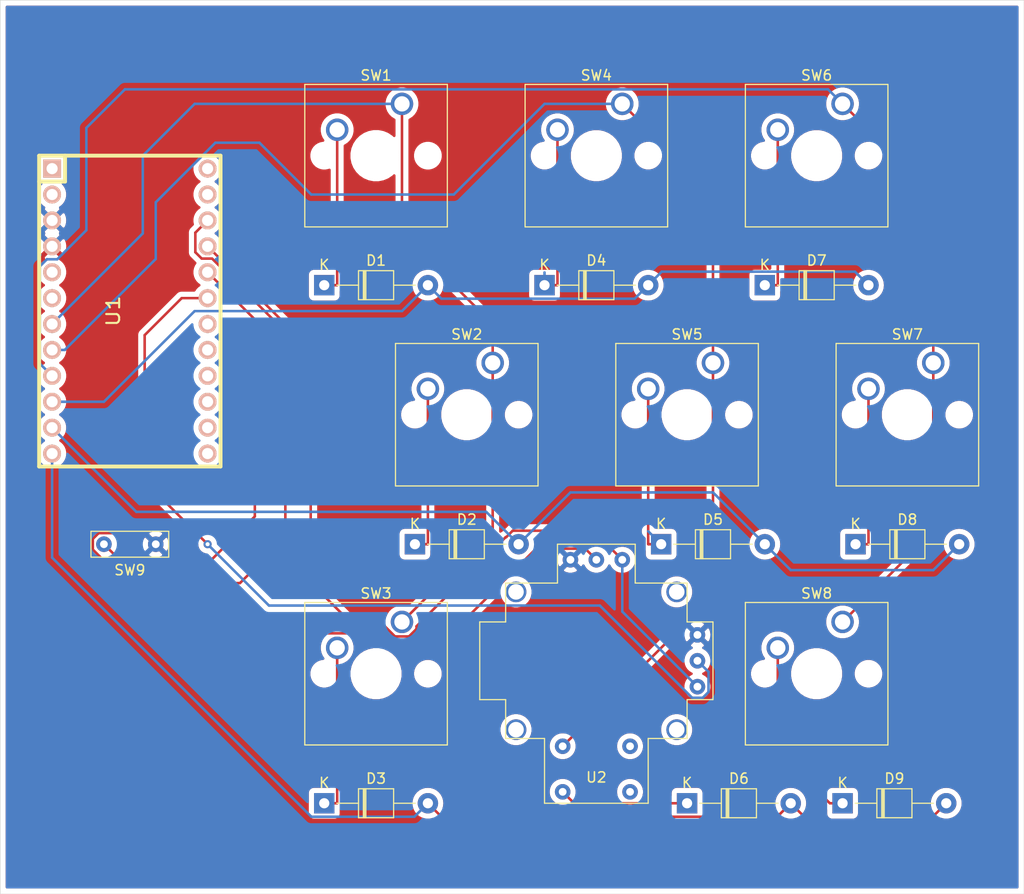
<source format=kicad_pcb>
(kicad_pcb (version 20171130) (host pcbnew 5.1.4)
  (layers (0 F.Cu signal) (31 B.Cu signal) (34 B.Paste user) (35 F.Paste user) (36 B.SilkS user) (37 F.SilkS user) (38 B.Mask user) (39 F.Mask user) (44 Edge.Cuts user))
  (net 0 "")
  (net 1 row0)
  (net 2 "Net-(D1-Pad1)")
  (net 3 row1)
  (net 4 "Net-(D2-Pad1)")
  (net 5 row2)
  (net 6 "Net-(D3-Pad1)")
  (net 7 "Net-(D4-Pad1)")
  (net 8 "Net-(D5-Pad1)")
  (net 9 "Net-(D7-Pad1)")
  (net 10 "Net-(D8-Pad1)")
  (net 11 "Net-(D9-Pad1)")
  (net 12 col0)
  (net 13 col1)
  (net 14 col2)
  (net 15 GND)
  (net 16 "Net-(SW9-Pad1)")
  (net 17 "Net-(U1-Pad13)")
  (net 18 "Net-(U1-Pad14)")
  (net 19 "Net-(U1-Pad16)")
  (net 20 "Net-(U1-Pad17)")
  (net 21 "Net-(U1-Pad18)")
  (net 22 "Net-(U1-Pad19)")
  (net 23 "Net-(U1-Pad20)")
  (net 24 "Net-(U1-Pad21)")
  (net 25 "Net-(U1-Pad22)")
  (net 26 "Net-(U1-Pad23)")
  (net 27 "Net-(U1-Pad24)")
  (net 28 "Net-(U1-Pad6)")
  (net 29 "Net-(U1-Pad5)")
  (net 30 "Net-(U1-Pad2)")
  (net 31 "Net-(U1-Pad1)")
  (net 32 sw1)
  (net 33 "Net-(U2-Pad10)")
  (net 34 "Net-(U2-Pad9)")
  (module key_prac:joypad (layer F.Cu) (at 109.22 129.54)
    (fp_text reference U2 (at 0 11.43) (layer F.SilkS))
    (fp_text value analog_pad)
    (fp_line (start -8.89 7.62) (end -5.08 7.62) (layer F.SilkS) (width 0.12))
    (fp_line (start -8.89 3.81) (end -8.89 7.62) (layer F.SilkS) (width 0.12))
    (fp_line (start -11.43 3.81) (end -8.89 3.81) (layer F.SilkS) (width 0.12))
    (fp_line (start -11.43 -3.81) (end -11.43 3.81) (layer F.SilkS) (width 0.12))
    (fp_line (start -8.89 -3.81) (end -11.43 -3.81) (layer F.SilkS) (width 0.12))
    (fp_line (start -8.89 -7.62) (end -8.89 -3.81) (layer F.SilkS) (width 0.12))
    (fp_line (start -3.81 -7.62) (end -8.89 -7.62) (layer F.SilkS) (width 0.12))
    (fp_line (start -3.81 -11.43) (end -3.81 -7.62) (layer F.SilkS) (width 0.12))
    (fp_line (start 3.81 -11.43) (end -3.81 -11.43) (layer F.SilkS) (width 0.12))
    (fp_line (start 3.81 -7.62) (end 3.81 -11.43) (layer F.SilkS) (width 0.12))
    (fp_line (start 8.89 -7.62) (end 3.81 -7.62) (layer F.SilkS) (width 0.12))
    (fp_line (start 8.89 -3.81) (end 8.89 -7.62) (layer F.SilkS) (width 0.12))
    (fp_line (start 11.43 -3.81) (end 8.89 -3.81) (layer F.SilkS) (width 0.12))
    (fp_line (start 11.43 3.81) (end 11.43 -3.81) (layer F.SilkS) (width 0.12))
    (fp_line (start 8.89 3.81) (end 11.43 3.81) (layer F.SilkS) (width 0.12))
    (fp_line (start 8.89 7.62) (end 8.89 3.81) (layer F.SilkS) (width 0.12))
    (fp_line (start 5.08 7.62) (end 8.89 7.62) (layer F.SilkS) (width 0.12))
    (fp_line (start 5.08 13.97) (end 5.08 7.62) (layer F.SilkS) (width 0.12))
    (fp_line (start -5.08 13.97) (end 5.08 13.97) (layer F.SilkS) (width 0.12))
    (fp_line (start -5.08 7.62) (end -5.08 13.97) (layer F.SilkS) (width 0.12))
    (pad "" np_thru_hole circle (at -7.874 -6.7564) (size 2.032 2.032) (drill 1.524) (layers *.Cu *.Mask))
    (pad "" np_thru_hole circle (at -7.874 6.7564) (size 2.032 2.032) (drill 1.524) (layers *.Cu *.Mask))
    (pad "" np_thru_hole circle (at 7.874 6.7564) (size 2.032 2.032) (drill 1.524) (layers *.Cu *.Mask))
    (pad "" np_thru_hole circle (at 7.874 -6.7564) (size 2.032 2.032) (drill 1.524) (layers *.Cu *.Mask))
    (pad 10 thru_hole circle (at 3.302 12.8524) (size 1.524 1.524) (drill 0.762) (layers *.Cu *.Mask) (net 33 "Net-(U2-Pad10)"))
    (pad 9 thru_hole circle (at 3.302 8.382) (size 1.524 1.524) (drill 0.762) (layers *.Cu *.Mask) (net 34 "Net-(U2-Pad9)"))
    (pad 8 thru_hole circle (at -3.302 12.8524) (size 1.524 1.524) (drill 0.762) (layers *.Cu *.Mask) (net 32 sw1))
    (pad 7 thru_hole circle (at -3.302 8.382) (size 1.524 1.524) (drill 0.762) (layers *.Cu *.Mask) (net 13 col1))
    (pad 6 thru_hole circle (at 9.906 2.54) (size 1.524 1.524) (drill 0.762) (layers *.Cu *.Mask) (net 19 "Net-(U1-Pad16)"))
    (pad 5 thru_hole circle (at 9.906 0) (size 1.524 1.524) (drill 0.762) (layers *.Cu *.Mask) (net 21 "Net-(U1-Pad18)"))
    (pad 4 thru_hole circle (at 9.906 -2.54) (size 1.524 1.524) (drill 0.762) (layers *.Cu *.Mask) (net 15 GND))
    (pad 3 thru_hole circle (at 2.54 -9.906) (size 1.524 1.524) (drill 0.762) (layers *.Cu *.Mask) (net 19 "Net-(U1-Pad16)"))
    (pad 1 thru_hole circle (at -2.54 -9.906) (size 1.524 1.524) (drill 0.762) (layers *.Cu *.Mask) (net 15 GND))
    (pad 2 thru_hole circle (at 0 -9.906) (size 1.524 1.524) (drill 0.762) (layers *.Cu *.Mask) (net 20 "Net-(U1-Pad17)"))
  )
  (module Button_Switch_Keyboard:SW_Cherry_MX_1.00u_PCB (layer F.Cu) (at 99.06 100.33)
    (fp_text reference SW2 (at -2.54 -2.794) (layer F.SilkS))
    (fp_text value SW_Push)
    (fp_line (start -9.525 12.065) (end -9.525 -1.905) (layer F.SilkS) (width 0.12))
    (fp_line (start 4.445 12.065) (end -9.525 12.065) (layer F.SilkS) (width 0.12))
    (fp_line (start 4.445 -1.905) (end 4.445 12.065) (layer F.SilkS) (width 0.12))
    (fp_line (start -9.525 -1.905) (end 4.445 -1.905) (layer F.SilkS) (width 0.12))
    (pad "" np_thru_hole circle (at 2.54 5.08) (size 1.7 1.7) (drill 1.7) (layers *.Cu *.Mask))
    (pad "" np_thru_hole circle (at -7.62 5.08) (size 1.7 1.7) (drill 1.7) (layers *.Cu *.Mask))
    (pad "" np_thru_hole circle (at -2.54 5.08) (size 4 4) (drill 4) (layers *.Cu *.Mask))
    (pad 2 thru_hole circle (at -6.35 2.54) (size 2.2 2.2) (drill 1.5) (layers *.Cu *.Mask) (net 4 "Net-(D2-Pad1)"))
    (pad 1 thru_hole circle (at 0 0) (size 2.2 2.2) (drill 1.5) (layers *.Cu *.Mask) (net 12 col0))
  )
  (module Button_Switch_Keyboard:SW_Cherry_MX_1.00u_PCB (layer F.Cu) (at 90.17 74.93)
    (fp_text reference SW1 (at -2.54 -2.794) (layer F.SilkS))
    (fp_text value SW_Push)
    (fp_line (start -9.525 12.065) (end -9.525 -1.905) (layer F.SilkS) (width 0.12))
    (fp_line (start 4.445 12.065) (end -9.525 12.065) (layer F.SilkS) (width 0.12))
    (fp_line (start 4.445 -1.905) (end 4.445 12.065) (layer F.SilkS) (width 0.12))
    (fp_line (start -9.525 -1.905) (end 4.445 -1.905) (layer F.SilkS) (width 0.12))
    (pad "" np_thru_hole circle (at 2.54 5.08) (size 1.7 1.7) (drill 1.7) (layers *.Cu *.Mask))
    (pad "" np_thru_hole circle (at -7.62 5.08) (size 1.7 1.7) (drill 1.7) (layers *.Cu *.Mask))
    (pad "" np_thru_hole circle (at -2.54 5.08) (size 4 4) (drill 4) (layers *.Cu *.Mask))
    (pad 2 thru_hole circle (at -6.35 2.54) (size 2.2 2.2) (drill 1.5) (layers *.Cu *.Mask) (net 2 "Net-(D1-Pad1)"))
    (pad 1 thru_hole circle (at 0 0) (size 2.2 2.2) (drill 1.5) (layers *.Cu *.Mask) (net 12 col0))
  )
  (module key_prac:promicro (layer F.Cu) (at 63.5 95.25 270)
    (fp_text reference U1 (at 0 1.625 90) (layer F.SilkS) (effects (font (size 1.27 1.524) (thickness 0.2032))))
    (fp_text value promicro hide)
    (fp_line (start -12.7 6.35) (end -12.7 8.89) (layer F.SilkS) (width 0.381))
    (fp_line (start -15.24 6.35) (end -12.7 6.35) (layer F.SilkS) (width 0.381))
    (fp_line (start 15.24 -8.89) (end -15.24 -8.89) (layer F.SilkS) (width 0.381))
    (fp_line (start 15.24 8.89) (end 15.24 -8.89) (layer F.SilkS) (width 0.381))
    (fp_line (start -15.24 8.89) (end 15.24 8.89) (layer F.SilkS) (width 0.381))
    (fp_line (start -15.24 -8.89) (end -15.24 8.89) (layer F.SilkS) (width 0.381))
    (pad 13 thru_hole circle (at -13.97 -7.62 270) (size 1.7526 1.7526) (drill 1.0922) (layers *.Cu *.SilkS *.Mask) (net 17 "Net-(U1-Pad13)"))
    (pad 14 thru_hole circle (at -11.43 -7.62 270) (size 1.7526 1.7526) (drill 1.0922) (layers *.Cu *.SilkS *.Mask) (net 18 "Net-(U1-Pad14)"))
    (pad 15 thru_hole circle (at -8.89 -7.62 270) (size 1.7526 1.7526) (drill 1.0922) (layers *.Cu *.SilkS *.Mask) (net 16 "Net-(SW9-Pad1)"))
    (pad 16 thru_hole circle (at -6.35 -7.62 270) (size 1.7526 1.7526) (drill 1.0922) (layers *.Cu *.SilkS *.Mask) (net 19 "Net-(U1-Pad16)"))
    (pad 17 thru_hole circle (at -3.81 -7.62 270) (size 1.7526 1.7526) (drill 1.0922) (layers *.Cu *.SilkS *.Mask) (net 20 "Net-(U1-Pad17)"))
    (pad 18 thru_hole circle (at -1.27 -7.62 270) (size 1.7526 1.7526) (drill 1.0922) (layers *.Cu *.SilkS *.Mask) (net 21 "Net-(U1-Pad18)"))
    (pad 19 thru_hole circle (at 1.27 -7.62 270) (size 1.7526 1.7526) (drill 1.0922) (layers *.Cu *.SilkS *.Mask) (net 22 "Net-(U1-Pad19)"))
    (pad 20 thru_hole circle (at 3.81 -7.62 270) (size 1.7526 1.7526) (drill 1.0922) (layers *.Cu *.SilkS *.Mask) (net 23 "Net-(U1-Pad20)"))
    (pad 21 thru_hole circle (at 6.35 -7.62 270) (size 1.7526 1.7526) (drill 1.0922) (layers *.Cu *.SilkS *.Mask) (net 24 "Net-(U1-Pad21)"))
    (pad 22 thru_hole circle (at 8.89 -7.62 270) (size 1.7526 1.7526) (drill 1.0922) (layers *.Cu *.SilkS *.Mask) (net 25 "Net-(U1-Pad22)"))
    (pad 23 thru_hole circle (at 11.43 -7.62 270) (size 1.7526 1.7526) (drill 1.0922) (layers *.Cu *.SilkS *.Mask) (net 26 "Net-(U1-Pad23)"))
    (pad 24 thru_hole circle (at 13.97 -7.62 270) (size 1.7526 1.7526) (drill 1.0922) (layers *.Cu *.SilkS *.Mask) (net 27 "Net-(U1-Pad24)"))
    (pad 12 thru_hole circle (at 13.97 7.62 270) (size 1.7526 1.7526) (drill 1.0922) (layers *.Cu *.SilkS *.Mask) (net 5 row2))
    (pad 11 thru_hole circle (at 11.43 7.62 270) (size 1.7526 1.7526) (drill 1.0922) (layers *.Cu *.SilkS *.Mask) (net 3 row1))
    (pad 10 thru_hole circle (at 8.89 7.62 270) (size 1.7526 1.7526) (drill 1.0922) (layers *.Cu *.SilkS *.Mask) (net 1 row0))
    (pad 9 thru_hole circle (at 6.35 7.62 270) (size 1.7526 1.7526) (drill 1.0922) (layers *.Cu *.SilkS *.Mask) (net 14 col2))
    (pad 8 thru_hole circle (at 3.81 7.62 270) (size 1.7526 1.7526) (drill 1.0922) (layers *.Cu *.SilkS *.Mask) (net 13 col1))
    (pad 7 thru_hole circle (at 1.27 7.62 270) (size 1.7526 1.7526) (drill 1.0922) (layers *.Cu *.SilkS *.Mask) (net 12 col0))
    (pad 6 thru_hole circle (at -1.27 7.62 270) (size 1.7526 1.7526) (drill 1.0922) (layers *.Cu *.SilkS *.Mask) (net 28 "Net-(U1-Pad6)"))
    (pad 5 thru_hole circle (at -3.81 7.62 270) (size 1.7526 1.7526) (drill 1.0922) (layers *.Cu *.SilkS *.Mask) (net 29 "Net-(U1-Pad5)"))
    (pad 4 thru_hole circle (at -6.35 7.62 270) (size 1.7526 1.7526) (drill 1.0922) (layers *.Cu *.SilkS *.Mask) (net 15 GND))
    (pad 3 thru_hole circle (at -8.89 7.62 270) (size 1.7526 1.7526) (drill 1.0922) (layers *.Cu *.SilkS *.Mask) (net 15 GND))
    (pad 2 thru_hole circle (at -11.43 7.62 270) (size 1.7526 1.7526) (drill 1.0922) (layers *.Cu *.SilkS *.Mask) (net 30 "Net-(U1-Pad2)"))
    (pad 1 thru_hole rect (at -13.97 7.62 270) (size 1.7526 1.7526) (drill 1.0922) (layers *.Cu *.SilkS *.Mask) (net 31 "Net-(U1-Pad1)"))
  )
  (module key_prac:sw (layer F.Cu) (at 63.5 118.11)
    (fp_text reference SW9 (at 0 2.54) (layer F.SilkS))
    (fp_text value SW_Push)
    (fp_line (start -3.81 -1.27) (end 3.81 -1.27) (layer F.SilkS) (width 0.12))
    (fp_line (start 3.81 1.27) (end 3.81 -1.27) (layer F.SilkS) (width 0.12))
    (fp_line (start -3.81 1.27) (end 3.81 1.27) (layer F.SilkS) (width 0.12))
    (fp_line (start -3.81 -1.27) (end -3.81 1.27) (layer F.SilkS) (width 0.12))
    (pad 2 thru_hole circle (at 2.54 0) (size 1.524 1.524) (drill 0.762) (layers *.Cu *.Mask) (net 15 GND))
    (pad 1 thru_hole circle (at -2.54 0) (size 1.524 1.524) (drill 0.762) (layers *.Cu *.Mask) (net 16 "Net-(SW9-Pad1)"))
  )
  (module Button_Switch_Keyboard:SW_Cherry_MX_1.00u_PCB (layer F.Cu) (at 133.35 125.73)
    (fp_text reference SW8 (at -2.54 -2.794) (layer F.SilkS))
    (fp_text value SW_Push)
    (fp_line (start -9.525 12.065) (end -9.525 -1.905) (layer F.SilkS) (width 0.12))
    (fp_line (start 4.445 12.065) (end -9.525 12.065) (layer F.SilkS) (width 0.12))
    (fp_line (start 4.445 -1.905) (end 4.445 12.065) (layer F.SilkS) (width 0.12))
    (fp_line (start -9.525 -1.905) (end 4.445 -1.905) (layer F.SilkS) (width 0.12))
    (pad "" np_thru_hole circle (at 2.54 5.08) (size 1.7 1.7) (drill 1.7) (layers *.Cu *.Mask))
    (pad "" np_thru_hole circle (at -7.62 5.08) (size 1.7 1.7) (drill 1.7) (layers *.Cu *.Mask))
    (pad "" np_thru_hole circle (at -2.54 5.08) (size 4 4) (drill 4) (layers *.Cu *.Mask))
    (pad 2 thru_hole circle (at -6.35 2.54) (size 2.2 2.2) (drill 1.5) (layers *.Cu *.Mask) (net 11 "Net-(D9-Pad1)"))
    (pad 1 thru_hole circle (at 0 0) (size 2.2 2.2) (drill 1.5) (layers *.Cu *.Mask) (net 14 col2))
  )
  (module Button_Switch_Keyboard:SW_Cherry_MX_1.00u_PCB (layer F.Cu) (at 142.24 100.33)
    (fp_text reference SW7 (at -2.54 -2.794) (layer F.SilkS))
    (fp_text value SW_Push)
    (fp_line (start -9.525 12.065) (end -9.525 -1.905) (layer F.SilkS) (width 0.12))
    (fp_line (start 4.445 12.065) (end -9.525 12.065) (layer F.SilkS) (width 0.12))
    (fp_line (start 4.445 -1.905) (end 4.445 12.065) (layer F.SilkS) (width 0.12))
    (fp_line (start -9.525 -1.905) (end 4.445 -1.905) (layer F.SilkS) (width 0.12))
    (pad "" np_thru_hole circle (at 2.54 5.08) (size 1.7 1.7) (drill 1.7) (layers *.Cu *.Mask))
    (pad "" np_thru_hole circle (at -7.62 5.08) (size 1.7 1.7) (drill 1.7) (layers *.Cu *.Mask))
    (pad "" np_thru_hole circle (at -2.54 5.08) (size 4 4) (drill 4) (layers *.Cu *.Mask))
    (pad 2 thru_hole circle (at -6.35 2.54) (size 2.2 2.2) (drill 1.5) (layers *.Cu *.Mask) (net 10 "Net-(D8-Pad1)"))
    (pad 1 thru_hole circle (at 0 0) (size 2.2 2.2) (drill 1.5) (layers *.Cu *.Mask) (net 14 col2))
  )
  (module Button_Switch_Keyboard:SW_Cherry_MX_1.00u_PCB (layer F.Cu) (at 133.35 74.93)
    (fp_text reference SW6 (at -2.54 -2.794) (layer F.SilkS))
    (fp_text value SW_Push)
    (fp_line (start -9.525 12.065) (end -9.525 -1.905) (layer F.SilkS) (width 0.12))
    (fp_line (start 4.445 12.065) (end -9.525 12.065) (layer F.SilkS) (width 0.12))
    (fp_line (start 4.445 -1.905) (end 4.445 12.065) (layer F.SilkS) (width 0.12))
    (fp_line (start -9.525 -1.905) (end 4.445 -1.905) (layer F.SilkS) (width 0.12))
    (pad "" np_thru_hole circle (at 2.54 5.08) (size 1.7 1.7) (drill 1.7) (layers *.Cu *.Mask))
    (pad "" np_thru_hole circle (at -7.62 5.08) (size 1.7 1.7) (drill 1.7) (layers *.Cu *.Mask))
    (pad "" np_thru_hole circle (at -2.54 5.08) (size 4 4) (drill 4) (layers *.Cu *.Mask))
    (pad 2 thru_hole circle (at -6.35 2.54) (size 2.2 2.2) (drill 1.5) (layers *.Cu *.Mask) (net 9 "Net-(D7-Pad1)"))
    (pad 1 thru_hole circle (at 0 0) (size 2.2 2.2) (drill 1.5) (layers *.Cu *.Mask) (net 14 col2))
  )
  (module Button_Switch_Keyboard:SW_Cherry_MX_1.00u_PCB (layer F.Cu) (at 120.65 100.33)
    (fp_text reference SW5 (at -2.54 -2.794) (layer F.SilkS))
    (fp_text value SW_Push)
    (fp_line (start -9.525 12.065) (end -9.525 -1.905) (layer F.SilkS) (width 0.12))
    (fp_line (start 4.445 12.065) (end -9.525 12.065) (layer F.SilkS) (width 0.12))
    (fp_line (start 4.445 -1.905) (end 4.445 12.065) (layer F.SilkS) (width 0.12))
    (fp_line (start -9.525 -1.905) (end 4.445 -1.905) (layer F.SilkS) (width 0.12))
    (pad "" np_thru_hole circle (at 2.54 5.08) (size 1.7 1.7) (drill 1.7) (layers *.Cu *.Mask))
    (pad "" np_thru_hole circle (at -7.62 5.08) (size 1.7 1.7) (drill 1.7) (layers *.Cu *.Mask))
    (pad "" np_thru_hole circle (at -2.54 5.08) (size 4 4) (drill 4) (layers *.Cu *.Mask))
    (pad 2 thru_hole circle (at -6.35 2.54) (size 2.2 2.2) (drill 1.5) (layers *.Cu *.Mask) (net 8 "Net-(D5-Pad1)"))
    (pad 1 thru_hole circle (at 0 0) (size 2.2 2.2) (drill 1.5) (layers *.Cu *.Mask) (net 13 col1))
  )
  (module Button_Switch_Keyboard:SW_Cherry_MX_1.00u_PCB (layer F.Cu) (at 111.76 74.93)
    (fp_text reference SW4 (at -2.54 -2.794) (layer F.SilkS))
    (fp_text value SW_Push)
    (fp_line (start -9.525 12.065) (end -9.525 -1.905) (layer F.SilkS) (width 0.12))
    (fp_line (start 4.445 12.065) (end -9.525 12.065) (layer F.SilkS) (width 0.12))
    (fp_line (start 4.445 -1.905) (end 4.445 12.065) (layer F.SilkS) (width 0.12))
    (fp_line (start -9.525 -1.905) (end 4.445 -1.905) (layer F.SilkS) (width 0.12))
    (pad "" np_thru_hole circle (at 2.54 5.08) (size 1.7 1.7) (drill 1.7) (layers *.Cu *.Mask))
    (pad "" np_thru_hole circle (at -7.62 5.08) (size 1.7 1.7) (drill 1.7) (layers *.Cu *.Mask))
    (pad "" np_thru_hole circle (at -2.54 5.08) (size 4 4) (drill 4) (layers *.Cu *.Mask))
    (pad 2 thru_hole circle (at -6.35 2.54) (size 2.2 2.2) (drill 1.5) (layers *.Cu *.Mask) (net 7 "Net-(D4-Pad1)"))
    (pad 1 thru_hole circle (at 0 0) (size 2.2 2.2) (drill 1.5) (layers *.Cu *.Mask) (net 13 col1))
  )
  (module Button_Switch_Keyboard:SW_Cherry_MX_1.00u_PCB (layer F.Cu) (at 90.17 125.73)
    (fp_text reference SW3 (at -2.54 -2.794) (layer F.SilkS))
    (fp_text value SW_Push)
    (fp_line (start -9.525 12.065) (end -9.525 -1.905) (layer F.SilkS) (width 0.12))
    (fp_line (start 4.445 12.065) (end -9.525 12.065) (layer F.SilkS) (width 0.12))
    (fp_line (start 4.445 -1.905) (end 4.445 12.065) (layer F.SilkS) (width 0.12))
    (fp_line (start -9.525 -1.905) (end 4.445 -1.905) (layer F.SilkS) (width 0.12))
    (pad "" np_thru_hole circle (at 2.54 5.08) (size 1.7 1.7) (drill 1.7) (layers *.Cu *.Mask))
    (pad "" np_thru_hole circle (at -7.62 5.08) (size 1.7 1.7) (drill 1.7) (layers *.Cu *.Mask))
    (pad "" np_thru_hole circle (at -2.54 5.08) (size 4 4) (drill 4) (layers *.Cu *.Mask))
    (pad 2 thru_hole circle (at -6.35 2.54) (size 2.2 2.2) (drill 1.5) (layers *.Cu *.Mask) (net 6 "Net-(D3-Pad1)"))
    (pad 1 thru_hole circle (at 0 0) (size 2.2 2.2) (drill 1.5) (layers *.Cu *.Mask) (net 12 col0))
  )
  (module Diode_THT:D_T-1_P10.16mm_Horizontal (layer F.Cu) (at 133.35 143.51)
    (fp_text reference D9 (at 5.08 -2.42) (layer F.SilkS))
    (fp_text value DIODE)
    (fp_text user K (at 0 -2) (layer F.SilkS))
    (fp_line (start 3.84 -1.42) (end 3.84 1.42) (layer F.SilkS) (width 0.12))
    (fp_line (start 4.08 -1.42) (end 4.08 1.42) (layer F.SilkS) (width 0.12))
    (fp_line (start 3.96 -1.42) (end 3.96 1.42) (layer F.SilkS) (width 0.12))
    (fp_line (start 8.92 0) (end 6.8 0) (layer F.SilkS) (width 0.12))
    (fp_line (start 1.24 0) (end 3.36 0) (layer F.SilkS) (width 0.12))
    (fp_line (start 6.8 -1.42) (end 3.36 -1.42) (layer F.SilkS) (width 0.12))
    (fp_line (start 6.8 1.42) (end 6.8 -1.42) (layer F.SilkS) (width 0.12))
    (fp_line (start 3.36 1.42) (end 6.8 1.42) (layer F.SilkS) (width 0.12))
    (fp_line (start 3.36 -1.42) (end 3.36 1.42) (layer F.SilkS) (width 0.12))
    (pad 2 thru_hole oval (at 10.16 0) (size 2 2) (drill 1) (layers *.Cu *.Mask) (net 5 row2))
    (pad 1 thru_hole rect (at 0 0) (size 2 2) (drill 1) (layers *.Cu *.Mask) (net 11 "Net-(D9-Pad1)"))
  )
  (module Diode_THT:D_T-1_P10.16mm_Horizontal (layer F.Cu) (at 134.62 118.11)
    (fp_text reference D8 (at 5.08 -2.42) (layer F.SilkS))
    (fp_text value DIODE)
    (fp_text user K (at 0 -2) (layer F.SilkS))
    (fp_line (start 3.84 -1.42) (end 3.84 1.42) (layer F.SilkS) (width 0.12))
    (fp_line (start 4.08 -1.42) (end 4.08 1.42) (layer F.SilkS) (width 0.12))
    (fp_line (start 3.96 -1.42) (end 3.96 1.42) (layer F.SilkS) (width 0.12))
    (fp_line (start 8.92 0) (end 6.8 0) (layer F.SilkS) (width 0.12))
    (fp_line (start 1.24 0) (end 3.36 0) (layer F.SilkS) (width 0.12))
    (fp_line (start 6.8 -1.42) (end 3.36 -1.42) (layer F.SilkS) (width 0.12))
    (fp_line (start 6.8 1.42) (end 6.8 -1.42) (layer F.SilkS) (width 0.12))
    (fp_line (start 3.36 1.42) (end 6.8 1.42) (layer F.SilkS) (width 0.12))
    (fp_line (start 3.36 -1.42) (end 3.36 1.42) (layer F.SilkS) (width 0.12))
    (pad 2 thru_hole oval (at 10.16 0) (size 2 2) (drill 1) (layers *.Cu *.Mask) (net 3 row1))
    (pad 1 thru_hole rect (at 0 0) (size 2 2) (drill 1) (layers *.Cu *.Mask) (net 10 "Net-(D8-Pad1)"))
  )
  (module Diode_THT:D_T-1_P10.16mm_Horizontal (layer F.Cu) (at 125.73 92.71)
    (fp_text reference D7 (at 5.08 -2.42) (layer F.SilkS))
    (fp_text value DIODE)
    (fp_text user K (at 0 -2) (layer F.SilkS))
    (fp_line (start 3.84 -1.42) (end 3.84 1.42) (layer F.SilkS) (width 0.12))
    (fp_line (start 4.08 -1.42) (end 4.08 1.42) (layer F.SilkS) (width 0.12))
    (fp_line (start 3.96 -1.42) (end 3.96 1.42) (layer F.SilkS) (width 0.12))
    (fp_line (start 8.92 0) (end 6.8 0) (layer F.SilkS) (width 0.12))
    (fp_line (start 1.24 0) (end 3.36 0) (layer F.SilkS) (width 0.12))
    (fp_line (start 6.8 -1.42) (end 3.36 -1.42) (layer F.SilkS) (width 0.12))
    (fp_line (start 6.8 1.42) (end 6.8 -1.42) (layer F.SilkS) (width 0.12))
    (fp_line (start 3.36 1.42) (end 6.8 1.42) (layer F.SilkS) (width 0.12))
    (fp_line (start 3.36 -1.42) (end 3.36 1.42) (layer F.SilkS) (width 0.12))
    (pad 2 thru_hole oval (at 10.16 0) (size 2 2) (drill 1) (layers *.Cu *.Mask) (net 1 row0))
    (pad 1 thru_hole rect (at 0 0) (size 2 2) (drill 1) (layers *.Cu *.Mask) (net 9 "Net-(D7-Pad1)"))
  )
  (module Diode_THT:D_T-1_P10.16mm_Horizontal (layer F.Cu) (at 118.11 143.51)
    (fp_text reference D6 (at 5.08 -2.42) (layer F.SilkS))
    (fp_text value DIODE)
    (fp_text user K (at 0 -2) (layer F.SilkS))
    (fp_line (start 3.84 -1.42) (end 3.84 1.42) (layer F.SilkS) (width 0.12))
    (fp_line (start 4.08 -1.42) (end 4.08 1.42) (layer F.SilkS) (width 0.12))
    (fp_line (start 3.96 -1.42) (end 3.96 1.42) (layer F.SilkS) (width 0.12))
    (fp_line (start 8.92 0) (end 6.8 0) (layer F.SilkS) (width 0.12))
    (fp_line (start 1.24 0) (end 3.36 0) (layer F.SilkS) (width 0.12))
    (fp_line (start 6.8 -1.42) (end 3.36 -1.42) (layer F.SilkS) (width 0.12))
    (fp_line (start 6.8 1.42) (end 6.8 -1.42) (layer F.SilkS) (width 0.12))
    (fp_line (start 3.36 1.42) (end 6.8 1.42) (layer F.SilkS) (width 0.12))
    (fp_line (start 3.36 -1.42) (end 3.36 1.42) (layer F.SilkS) (width 0.12))
    (pad 2 thru_hole oval (at 10.16 0) (size 2 2) (drill 1) (layers *.Cu *.Mask) (net 5 row2))
    (pad 1 thru_hole rect (at 0 0) (size 2 2) (drill 1) (layers *.Cu *.Mask) (net 32 sw1))
  )
  (module Diode_THT:D_T-1_P10.16mm_Horizontal (layer F.Cu) (at 115.57 118.11)
    (fp_text reference D5 (at 5.08 -2.42) (layer F.SilkS))
    (fp_text value DIODE)
    (fp_text user K (at 0 -2) (layer F.SilkS))
    (fp_line (start 3.84 -1.42) (end 3.84 1.42) (layer F.SilkS) (width 0.12))
    (fp_line (start 4.08 -1.42) (end 4.08 1.42) (layer F.SilkS) (width 0.12))
    (fp_line (start 3.96 -1.42) (end 3.96 1.42) (layer F.SilkS) (width 0.12))
    (fp_line (start 8.92 0) (end 6.8 0) (layer F.SilkS) (width 0.12))
    (fp_line (start 1.24 0) (end 3.36 0) (layer F.SilkS) (width 0.12))
    (fp_line (start 6.8 -1.42) (end 3.36 -1.42) (layer F.SilkS) (width 0.12))
    (fp_line (start 6.8 1.42) (end 6.8 -1.42) (layer F.SilkS) (width 0.12))
    (fp_line (start 3.36 1.42) (end 6.8 1.42) (layer F.SilkS) (width 0.12))
    (fp_line (start 3.36 -1.42) (end 3.36 1.42) (layer F.SilkS) (width 0.12))
    (pad 2 thru_hole oval (at 10.16 0) (size 2 2) (drill 1) (layers *.Cu *.Mask) (net 3 row1))
    (pad 1 thru_hole rect (at 0 0) (size 2 2) (drill 1) (layers *.Cu *.Mask) (net 8 "Net-(D5-Pad1)"))
  )
  (module Diode_THT:D_T-1_P10.16mm_Horizontal (layer F.Cu) (at 104.14 92.71)
    (fp_text reference D4 (at 5.08 -2.42) (layer F.SilkS))
    (fp_text value DIODE)
    (fp_text user K (at 0 -2) (layer F.SilkS))
    (fp_line (start 3.84 -1.42) (end 3.84 1.42) (layer F.SilkS) (width 0.12))
    (fp_line (start 4.08 -1.42) (end 4.08 1.42) (layer F.SilkS) (width 0.12))
    (fp_line (start 3.96 -1.42) (end 3.96 1.42) (layer F.SilkS) (width 0.12))
    (fp_line (start 8.92 0) (end 6.8 0) (layer F.SilkS) (width 0.12))
    (fp_line (start 1.24 0) (end 3.36 0) (layer F.SilkS) (width 0.12))
    (fp_line (start 6.8 -1.42) (end 3.36 -1.42) (layer F.SilkS) (width 0.12))
    (fp_line (start 6.8 1.42) (end 6.8 -1.42) (layer F.SilkS) (width 0.12))
    (fp_line (start 3.36 1.42) (end 6.8 1.42) (layer F.SilkS) (width 0.12))
    (fp_line (start 3.36 -1.42) (end 3.36 1.42) (layer F.SilkS) (width 0.12))
    (pad 2 thru_hole oval (at 10.16 0) (size 2 2) (drill 1) (layers *.Cu *.Mask) (net 1 row0))
    (pad 1 thru_hole rect (at 0 0) (size 2 2) (drill 1) (layers *.Cu *.Mask) (net 7 "Net-(D4-Pad1)"))
  )
  (module Diode_THT:D_T-1_P10.16mm_Horizontal (layer F.Cu) (at 82.55 143.51)
    (fp_text reference D3 (at 5.08 -2.42) (layer F.SilkS))
    (fp_text value DIODE)
    (fp_text user K (at 0 -2) (layer F.SilkS))
    (fp_line (start 3.84 -1.42) (end 3.84 1.42) (layer F.SilkS) (width 0.12))
    (fp_line (start 4.08 -1.42) (end 4.08 1.42) (layer F.SilkS) (width 0.12))
    (fp_line (start 3.96 -1.42) (end 3.96 1.42) (layer F.SilkS) (width 0.12))
    (fp_line (start 8.92 0) (end 6.8 0) (layer F.SilkS) (width 0.12))
    (fp_line (start 1.24 0) (end 3.36 0) (layer F.SilkS) (width 0.12))
    (fp_line (start 6.8 -1.42) (end 3.36 -1.42) (layer F.SilkS) (width 0.12))
    (fp_line (start 6.8 1.42) (end 6.8 -1.42) (layer F.SilkS) (width 0.12))
    (fp_line (start 3.36 1.42) (end 6.8 1.42) (layer F.SilkS) (width 0.12))
    (fp_line (start 3.36 -1.42) (end 3.36 1.42) (layer F.SilkS) (width 0.12))
    (pad 2 thru_hole oval (at 10.16 0) (size 2 2) (drill 1) (layers *.Cu *.Mask) (net 5 row2))
    (pad 1 thru_hole rect (at 0 0) (size 2 2) (drill 1) (layers *.Cu *.Mask) (net 6 "Net-(D3-Pad1)"))
  )
  (module Diode_THT:D_T-1_P10.16mm_Horizontal (layer F.Cu) (at 91.44 118.11)
    (fp_text reference D2 (at 5.08 -2.42) (layer F.SilkS))
    (fp_text value DIODE)
    (fp_text user K (at 0 -2) (layer F.SilkS))
    (fp_line (start 3.84 -1.42) (end 3.84 1.42) (layer F.SilkS) (width 0.12))
    (fp_line (start 4.08 -1.42) (end 4.08 1.42) (layer F.SilkS) (width 0.12))
    (fp_line (start 3.96 -1.42) (end 3.96 1.42) (layer F.SilkS) (width 0.12))
    (fp_line (start 8.92 0) (end 6.8 0) (layer F.SilkS) (width 0.12))
    (fp_line (start 1.24 0) (end 3.36 0) (layer F.SilkS) (width 0.12))
    (fp_line (start 6.8 -1.42) (end 3.36 -1.42) (layer F.SilkS) (width 0.12))
    (fp_line (start 6.8 1.42) (end 6.8 -1.42) (layer F.SilkS) (width 0.12))
    (fp_line (start 3.36 1.42) (end 6.8 1.42) (layer F.SilkS) (width 0.12))
    (fp_line (start 3.36 -1.42) (end 3.36 1.42) (layer F.SilkS) (width 0.12))
    (pad 2 thru_hole oval (at 10.16 0) (size 2 2) (drill 1) (layers *.Cu *.Mask) (net 3 row1))
    (pad 1 thru_hole rect (at 0 0) (size 2 2) (drill 1) (layers *.Cu *.Mask) (net 4 "Net-(D2-Pad1)"))
  )
  (module Diode_THT:D_T-1_P10.16mm_Horizontal (layer F.Cu) (at 82.55 92.71)
    (fp_text reference D1 (at 5.08 -2.42) (layer F.SilkS))
    (fp_text value DIODE)
    (fp_text user K (at 0 -2) (layer F.SilkS))
    (fp_line (start 3.84 -1.42) (end 3.84 1.42) (layer F.SilkS) (width 0.12))
    (fp_line (start 4.08 -1.42) (end 4.08 1.42) (layer F.SilkS) (width 0.12))
    (fp_line (start 3.96 -1.42) (end 3.96 1.42) (layer F.SilkS) (width 0.12))
    (fp_line (start 8.92 0) (end 6.8 0) (layer F.SilkS) (width 0.12))
    (fp_line (start 1.24 0) (end 3.36 0) (layer F.SilkS) (width 0.12))
    (fp_line (start 6.8 -1.42) (end 3.36 -1.42) (layer F.SilkS) (width 0.12))
    (fp_line (start 6.8 1.42) (end 6.8 -1.42) (layer F.SilkS) (width 0.12))
    (fp_line (start 3.36 1.42) (end 6.8 1.42) (layer F.SilkS) (width 0.12))
    (fp_line (start 3.36 -1.42) (end 3.36 1.42) (layer F.SilkS) (width 0.12))
    (pad 2 thru_hole oval (at 10.16 0) (size 2 2) (drill 1) (layers *.Cu *.Mask) (net 1 row0))
    (pad 1 thru_hole rect (at 0 0) (size 2 2) (drill 1) (layers *.Cu *.Mask) (net 2 "Net-(D1-Pad1)"))
  )
  (gr_line (start 50.8 152.4) (end 50.8 64.77) (layer Edge.Cuts) (width 0.05))
  (gr_line (start 151.13 64.77) (end 151.13 152.4) (layer Edge.Cuts) (width 0.05))
  (gr_line (start 151.13 152.4) (end 50.8 152.4) (layer Edge.Cuts) (width 0.05))
  (gr_line (start 50.8 64.77) (end 151.13 64.77) (layer Edge.Cuts) (width 0.05))
  (segment (start 134.890001 91.710001) (end 135.89 92.71) (width 0.25) (layer B.Cu) (net 1))
  (segment (start 134.564999 91.384999) (end 134.890001 91.710001) (width 0.25) (layer B.Cu) (net 1))
  (segment (start 115.625001 91.384999) (end 134.564999 91.384999) (width 0.25) (layer B.Cu) (net 1))
  (segment (start 114.3 92.71) (end 115.625001 91.384999) (width 0.25) (layer B.Cu) (net 1))
  (segment (start 93.709999 93.709999) (end 92.71 92.71) (width 0.25) (layer B.Cu) (net 1))
  (segment (start 112.974999 94.035001) (end 94.035001 94.035001) (width 0.25) (layer B.Cu) (net 1))
  (segment (start 94.035001 94.035001) (end 93.709999 93.709999) (width 0.25) (layer B.Cu) (net 1))
  (segment (start 114.3 92.71) (end 112.974999 94.035001) (width 0.25) (layer B.Cu) (net 1))
  (segment (start 90.17 95.25) (end 92.71 92.71) (width 0.25) (layer B.Cu) (net 1))
  (segment (start 69.85 95.25) (end 90.17 95.25) (width 0.25) (layer B.Cu) (net 1))
  (segment (start 55.88 104.14) (end 60.96 104.14) (width 0.25) (layer B.Cu) (net 1))
  (segment (start 60.96 104.14) (end 64.135 100.965) (width 0.25) (layer B.Cu) (net 1))
  (segment (start 64.135 100.965) (end 69.85 95.25) (width 0.25) (layer B.Cu) (net 1))
  (segment (start 83.8 92.71) (end 82.55 92.71) (width 0.25) (layer F.Cu) (net 2))
  (segment (start 83.82 92.69) (end 83.8 92.71) (width 0.25) (layer F.Cu) (net 2))
  (segment (start 83.82 77.47) (end 83.82 92.69) (width 0.25) (layer F.Cu) (net 2))
  (segment (start 128.27 120.65) (end 126.729999 119.109999) (width 0.25) (layer B.Cu) (net 3))
  (segment (start 126.729999 119.109999) (end 125.73 118.11) (width 0.25) (layer B.Cu) (net 3))
  (segment (start 142.24 120.65) (end 128.27 120.65) (width 0.25) (layer B.Cu) (net 3))
  (segment (start 144.78 118.11) (end 142.24 120.65) (width 0.25) (layer B.Cu) (net 3))
  (segment (start 102.599999 117.110001) (end 101.6 118.11) (width 0.25) (layer B.Cu) (net 3))
  (segment (start 104.14 115.57) (end 102.599999 117.110001) (width 0.25) (layer B.Cu) (net 3))
  (segment (start 125.73 118.11) (end 123.19 115.57) (width 0.25) (layer B.Cu) (net 3))
  (segment (start 104.14 115.57) (end 106.68 113.03) (width 0.25) (layer B.Cu) (net 3))
  (segment (start 106.68 113.03) (end 120.65 113.03) (width 0.25) (layer B.Cu) (net 3))
  (segment (start 120.65 113.03) (end 123.19 115.57) (width 0.25) (layer B.Cu) (net 3))
  (segment (start 98.425 114.935) (end 101.6 118.11) (width 0.25) (layer B.Cu) (net 3))
  (segment (start 64.135 114.935) (end 98.425 114.935) (width 0.25) (layer B.Cu) (net 3))
  (segment (start 55.88 106.68) (end 64.135 114.935) (width 0.25) (layer B.Cu) (net 3))
  (segment (start 92.69 118.11) (end 91.44 118.11) (width 0.25) (layer F.Cu) (net 4))
  (segment (start 92.71 118.09) (end 92.69 118.11) (width 0.25) (layer F.Cu) (net 4))
  (segment (start 92.71 102.87) (end 92.71 118.09) (width 0.25) (layer F.Cu) (net 4))
  (segment (start 127.270001 144.509999) (end 128.27 143.51) (width 0.25) (layer F.Cu) (net 5))
  (segment (start 94.035001 144.835001) (end 126.944999 144.835001) (width 0.25) (layer F.Cu) (net 5))
  (segment (start 126.944999 144.835001) (end 127.270001 144.509999) (width 0.25) (layer F.Cu) (net 5))
  (segment (start 92.71 143.51) (end 94.035001 144.835001) (width 0.25) (layer F.Cu) (net 5))
  (segment (start 128.27 143.51) (end 132.08 147.32) (width 0.25) (layer F.Cu) (net 5))
  (segment (start 139.7 147.32) (end 143.51 143.51) (width 0.25) (layer F.Cu) (net 5))
  (segment (start 132.08 147.32) (end 139.7 147.32) (width 0.25) (layer F.Cu) (net 5))
  (segment (start 81.289999 144.835001) (end 91.384999 144.835001) (width 0.25) (layer B.Cu) (net 5))
  (segment (start 55.88 119.425002) (end 81.289999 144.835001) (width 0.25) (layer B.Cu) (net 5))
  (segment (start 91.710001 144.509999) (end 92.71 143.51) (width 0.25) (layer B.Cu) (net 5))
  (segment (start 91.384999 144.835001) (end 91.710001 144.509999) (width 0.25) (layer B.Cu) (net 5))
  (segment (start 55.88 109.22) (end 55.88 119.425002) (width 0.25) (layer B.Cu) (net 5))
  (segment (start 83.8 143.51) (end 82.55 143.51) (width 0.25) (layer F.Cu) (net 6))
  (segment (start 83.82 143.49) (end 83.8 143.51) (width 0.25) (layer F.Cu) (net 6))
  (segment (start 83.82 128.27) (end 83.82 143.49) (width 0.25) (layer F.Cu) (net 6))
  (segment (start 105.41 92.69) (end 105.39 92.71) (width 0.25) (layer F.Cu) (net 7))
  (segment (start 105.39 92.71) (end 104.14 92.71) (width 0.25) (layer F.Cu) (net 7))
  (segment (start 105.41 77.47) (end 105.41 92.69) (width 0.25) (layer F.Cu) (net 7))
  (segment (start 104.14 92.71) (end 104.14 91.46) (width 0.25) (layer B.Cu) (net 7))
  (segment (start 114.32 118.11) (end 115.57 118.11) (width 0.25) (layer F.Cu) (net 8))
  (segment (start 114.3 118.09) (end 114.32 118.11) (width 0.25) (layer F.Cu) (net 8))
  (segment (start 114.3 102.87) (end 114.3 118.09) (width 0.25) (layer F.Cu) (net 8))
  (segment (start 115.57 118.11) (end 114.3 116.84) (width 0.25) (layer B.Cu) (net 8))
  (segment (start 127 92.69) (end 126.98 92.71) (width 0.25) (layer F.Cu) (net 9))
  (segment (start 126.98 92.71) (end 125.73 92.71) (width 0.25) (layer F.Cu) (net 9))
  (segment (start 127 77.47) (end 127 92.69) (width 0.25) (layer F.Cu) (net 9))
  (segment (start 135.89 118.09) (end 135.87 118.11) (width 0.25) (layer F.Cu) (net 10))
  (segment (start 135.87 118.11) (end 134.62 118.11) (width 0.25) (layer F.Cu) (net 10))
  (segment (start 135.89 102.87) (end 135.89 118.09) (width 0.25) (layer F.Cu) (net 10))
  (segment (start 132.1 143.51) (end 133.35 143.51) (width 0.25) (layer F.Cu) (net 11))
  (segment (start 127 138.41) (end 132.1 143.51) (width 0.25) (layer F.Cu) (net 11))
  (segment (start 127 128.27) (end 127 138.41) (width 0.25) (layer F.Cu) (net 11))
  (segment (start 90.17 74.93) (end 90.17 87.63) (width 0.25) (layer F.Cu) (net 12))
  (segment (start 99.06 96.52) (end 99.06 100.33) (width 0.25) (layer F.Cu) (net 12))
  (segment (start 90.17 87.63) (end 99.06 96.52) (width 0.25) (layer F.Cu) (net 12))
  (segment (start 99.06 116.84) (end 99.06 100.33) (width 0.25) (layer F.Cu) (net 12))
  (segment (start 90.17 125.73) (end 99.06 116.84) (width 0.25) (layer F.Cu) (net 12))
  (segment (start 64.77 80.01) (end 69.85 74.93) (width 0.25) (layer B.Cu) (net 12))
  (segment (start 55.88 96.52) (end 63.5 88.9) (width 0.25) (layer B.Cu) (net 12))
  (segment (start 69.85 74.93) (end 90.17 74.93) (width 0.25) (layer B.Cu) (net 12))
  (segment (start 64.77 87.63) (end 63.5 88.9) (width 0.25) (layer B.Cu) (net 12))
  (segment (start 64.77 80.01) (end 64.77 87.63) (width 0.25) (layer B.Cu) (net 12))
  (segment (start 120.65 83.82) (end 120.65 100.33) (width 0.25) (layer F.Cu) (net 13))
  (segment (start 111.76 74.93) (end 120.65 83.82) (width 0.25) (layer F.Cu) (net 13))
  (segment (start 120.65 123.19) (end 105.918 137.922) (width 0.25) (layer F.Cu) (net 13))
  (segment (start 120.65 100.33) (end 120.65 123.19) (width 0.25) (layer F.Cu) (net 13))
  (segment (start 57.119275 99.06) (end 66.04 90.139275) (width 0.25) (layer B.Cu) (net 13))
  (segment (start 55.88 99.06) (end 57.119275 99.06) (width 0.25) (layer B.Cu) (net 13))
  (segment (start 66.04 90.139275) (end 66.04 84.582074) (width 0.25) (layer B.Cu) (net 13))
  (segment (start 66.04 84.582074) (end 71.882074 78.74) (width 0.25) (layer B.Cu) (net 13))
  (segment (start 71.882074 78.74) (end 76.2 78.74) (width 0.25) (layer B.Cu) (net 13))
  (segment (start 76.2 78.74) (end 81.28 83.82) (width 0.25) (layer B.Cu) (net 13))
  (segment (start 81.28 83.82) (end 95.25 83.82) (width 0.25) (layer B.Cu) (net 13))
  (segment (start 104.14 74.93) (end 111.76 74.93) (width 0.25) (layer B.Cu) (net 13))
  (segment (start 95.25 83.82) (end 104.14 74.93) (width 0.25) (layer B.Cu) (net 13))
  (segment (start 133.35 125.73) (end 142.24 116.84) (width 0.25) (layer F.Cu) (net 14))
  (segment (start 142.24 116.84) (end 142.24 100.33) (width 0.25) (layer F.Cu) (net 14))
  (segment (start 142.24 83.82) (end 142.24 100.33) (width 0.25) (layer F.Cu) (net 14))
  (segment (start 133.35 74.93) (end 142.24 83.82) (width 0.25) (layer F.Cu) (net 14))
  (segment (start 132.250001 73.830001) (end 133.35 74.93) (width 0.25) (layer B.Cu) (net 14))
  (segment (start 63.018591 73.504999) (end 131.924999 73.504999) (width 0.25) (layer B.Cu) (net 14))
  (segment (start 56.387926 90.17) (end 59.23999 87.317936) (width 0.25) (layer B.Cu) (net 14))
  (segment (start 59.23999 87.317936) (end 59.239991 77.283599) (width 0.25) (layer B.Cu) (net 14))
  (segment (start 54.678699 90.863375) (end 55.372074 90.17) (width 0.25) (layer B.Cu) (net 14))
  (segment (start 59.239991 77.283599) (end 63.018591 73.504999) (width 0.25) (layer B.Cu) (net 14))
  (segment (start 54.678699 100.398699) (end 54.678699 90.863375) (width 0.25) (layer B.Cu) (net 14))
  (segment (start 131.924999 73.504999) (end 132.250001 73.830001) (width 0.25) (layer B.Cu) (net 14))
  (segment (start 55.372074 90.17) (end 56.387926 90.17) (width 0.25) (layer B.Cu) (net 14))
  (segment (start 55.88 101.6) (end 54.678699 100.398699) (width 0.25) (layer B.Cu) (net 14))
  (segment (start 64.77 121.92) (end 60.96 118.11) (width 0.25) (layer F.Cu) (net 16))
  (segment (start 74.295 121.92) (end 64.77 121.92) (width 0.25) (layer F.Cu) (net 16))
  (segment (start 69.918699 87.561301) (end 69.918699 89.476625) (width 0.25) (layer F.Cu) (net 16))
  (segment (start 71.12 86.36) (end 69.918699 87.561301) (width 0.25) (layer F.Cu) (net 16))
  (segment (start 69.918699 89.476625) (end 70.543375 90.101301) (width 0.25) (layer F.Cu) (net 16))
  (segment (start 70.543375 90.101301) (end 71.559227 90.101301) (width 0.25) (layer F.Cu) (net 16))
  (segment (start 78.74 117.475) (end 74.295 121.92) (width 0.25) (layer F.Cu) (net 16))
  (segment (start 71.559227 90.101301) (end 78.74 97.282074) (width 0.25) (layer F.Cu) (net 16))
  (segment (start 78.74 97.282074) (end 78.74 117.475) (width 0.25) (layer F.Cu) (net 16))
  (segment (start 111.76 124.714) (end 119.126 132.08) (width 0.25) (layer B.Cu) (net 19))
  (segment (start 111.76 119.634) (end 111.76 124.714) (width 0.25) (layer B.Cu) (net 19))
  (segment (start 101.020001 116.784999) (end 108.910999 116.784999) (width 0.25) (layer F.Cu) (net 19))
  (segment (start 91.595001 126.414001) (end 91.595001 126.153997) (width 0.25) (layer F.Cu) (net 19))
  (segment (start 91.595001 126.153997) (end 100.33 117.418998) (width 0.25) (layer F.Cu) (net 19))
  (segment (start 81.224999 99.004999) (end 81.224999 121.864999) (width 0.25) (layer F.Cu) (net 19))
  (segment (start 100.386002 117.418998) (end 101.020001 116.784999) (width 0.25) (layer F.Cu) (net 19))
  (segment (start 90.854001 127.155001) (end 91.595001 126.414001) (width 0.25) (layer F.Cu) (net 19))
  (segment (start 85.192001 125.832001) (end 88.162999 125.832001) (width 0.25) (layer F.Cu) (net 19))
  (segment (start 100.33 117.418998) (end 100.386002 117.418998) (width 0.25) (layer F.Cu) (net 19))
  (segment (start 71.12 88.9) (end 81.224999 99.004999) (width 0.25) (layer F.Cu) (net 19))
  (segment (start 108.910999 116.784999) (end 111.76 119.634) (width 0.25) (layer F.Cu) (net 19))
  (segment (start 89.485999 127.155001) (end 90.854001 127.155001) (width 0.25) (layer F.Cu) (net 19))
  (segment (start 81.224999 121.864999) (end 85.192001 125.832001) (width 0.25) (layer F.Cu) (net 19))
  (segment (start 88.162999 125.832001) (end 89.485999 127.155001) (width 0.25) (layer F.Cu) (net 19))
  (segment (start 108.132999 118.546999) (end 109.22 119.634) (width 0.25) (layer F.Cu) (net 20))
  (segment (start 63.049409 117.022999) (end 60.438239 117.022999) (width 0.25) (layer F.Cu) (net 20))
  (segment (start 67.4964 121.46999) (end 63.049409 117.022999) (width 0.25) (layer F.Cu) (net 20))
  (segment (start 71.12 91.44) (end 75.74999 96.06999) (width 0.25) (layer F.Cu) (net 20))
  (segment (start 69.66501 121.46999) (end 67.4964 121.46999) (width 0.25) (layer F.Cu) (net 20))
  (segment (start 94.248988 127.60501) (end 103.306999 118.546999) (width 0.25) (layer F.Cu) (net 20))
  (segment (start 75.74999 115.38501) (end 69.66501 121.46999) (width 0.25) (layer F.Cu) (net 20))
  (segment (start 75.74999 96.06999) (end 75.74999 115.38501) (width 0.25) (layer F.Cu) (net 20))
  (segment (start 59.872999 117.588239) (end 59.872999 118.631761) (width 0.25) (layer F.Cu) (net 20))
  (segment (start 60.438239 117.022999) (end 59.872999 117.588239) (width 0.25) (layer F.Cu) (net 20))
  (segment (start 59.872999 118.631761) (end 64.13164 122.890402) (width 0.25) (layer F.Cu) (net 20))
  (segment (start 64.13164 122.890402) (end 70.820402 122.890402) (width 0.25) (layer F.Cu) (net 20))
  (segment (start 70.820402 122.890402) (end 74.774999 126.844999) (width 0.25) (layer F.Cu) (net 20))
  (segment (start 74.774999 126.844999) (end 87.005997 126.844999) (width 0.25) (layer F.Cu) (net 20))
  (segment (start 87.005997 126.844999) (end 87.766008 127.60501) (width 0.25) (layer F.Cu) (net 20))
  (segment (start 87.766008 127.60501) (end 94.248988 127.60501) (width 0.25) (layer F.Cu) (net 20))
  (segment (start 103.306999 118.546999) (end 108.132999 118.546999) (width 0.25) (layer F.Cu) (net 20))
  (segment (start 71.12 93.98) (end 68.58 93.98) (width 0.25) (layer F.Cu) (net 21))
  (segment (start 64.952999 97.607001) (end 64.952999 109.402999) (width 0.25) (layer F.Cu) (net 21))
  (segment (start 68.58 93.98) (end 64.952999 97.607001) (width 0.25) (layer F.Cu) (net 21))
  (segment (start 64.952999 109.402999) (end 64.952999 111.942999) (width 0.25) (layer F.Cu) (net 21))
  (segment (start 64.952999 111.942999) (end 71.12 118.11) (width 0.25) (layer F.Cu) (net 21))
  (segment (start 71.12 118.11) (end 71.12 118.11) (width 0.25) (layer F.Cu) (net 21))
  (via (at 71.12 118.11) (size 0.8) (drill 0.4) (layers F.Cu B.Cu) (net 21))
  (segment (start 120.213001 130.627001) (end 119.126 129.54) (width 0.25) (layer B.Cu) (net 21))
  (segment (start 71.12 118.11) (end 77.134601 124.124601) (width 0.25) (layer B.Cu) (net 21))
  (segment (start 109.561839 124.124601) (end 118.604239 133.167001) (width 0.25) (layer B.Cu) (net 21))
  (segment (start 118.604239 133.167001) (end 119.647761 133.167001) (width 0.25) (layer B.Cu) (net 21))
  (segment (start 119.647761 133.167001) (end 120.213001 132.601761) (width 0.25) (layer B.Cu) (net 21))
  (segment (start 77.134601 124.124601) (end 109.561839 124.124601) (width 0.25) (layer B.Cu) (net 21))
  (segment (start 120.213001 132.601761) (end 120.213001 130.627001) (width 0.25) (layer B.Cu) (net 21))
  (segment (start 107.0356 143.51) (end 105.918 142.3924) (width 0.25) (layer F.Cu) (net 32))
  (segment (start 118.11 143.51) (end 107.0356 143.51) (width 0.25) (layer F.Cu) (net 32))
  (zone (net 15) (net_name GND) (layer F.Cu) (connect_pads (clearance 0.508)) (min_thickness 0.254) (fill yes (arc_segments 32) (thermal_gap 0.508) (thermal_bridge_width 0.508))
    (polygon (pts (xy 151.13 152.4) (xy 50.8 152.4) (xy 50.8 64.77) (xy 151.13 64.77)))
  )
  (zone (net 15) (net_name GND) (layer B.Cu) (connect_pads (clearance 0.508)) (min_thickness 0.254) (fill yes (arc_segments 32) (thermal_gap 0.508) (thermal_bridge_width 0.508))
    (polygon (pts (xy 50.8 64.77) (xy 50.8 152.4) (xy 151.13 152.4) (xy 151.13 64.77)))
  )
)
</source>
